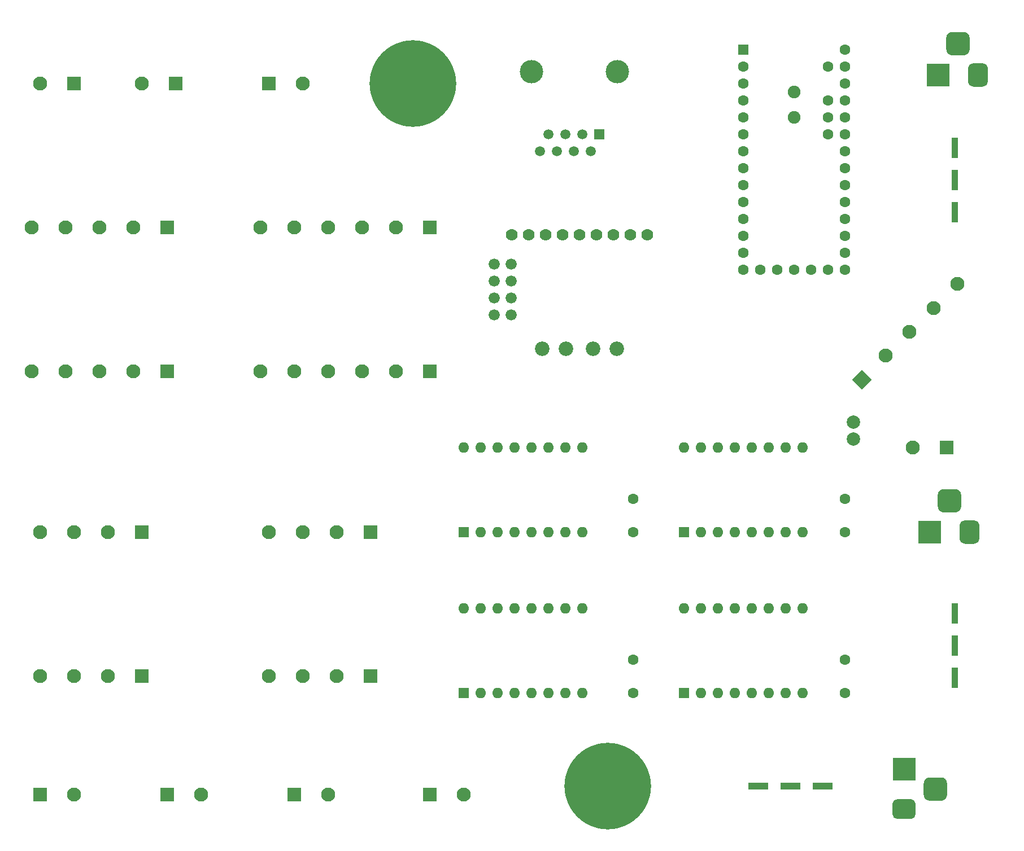
<source format=gts>
G04 #@! TF.GenerationSoftware,KiCad,Pcbnew,5.1.6*
G04 #@! TF.CreationDate,2020-07-14T15:11:32-04:00*
G04 #@! TF.ProjectId,controller,636f6e74-726f-46c6-9c65-722e6b696361,rev?*
G04 #@! TF.SameCoordinates,Original*
G04 #@! TF.FileFunction,Soldermask,Top*
G04 #@! TF.FilePolarity,Negative*
%FSLAX46Y46*%
G04 Gerber Fmt 4.6, Leading zero omitted, Abs format (unit mm)*
G04 Created by KiCad (PCBNEW 5.1.6) date 2020-07-14 15:11:32*
%MOMM*%
%LPD*%
G01*
G04 APERTURE LIST*
%ADD10C,2.000000*%
%ADD11C,0.100000*%
%ADD12C,13.000000*%
%ADD13C,1.676400*%
%ADD14C,2.184400*%
%ADD15C,1.778000*%
%ADD16C,1.900000*%
%ADD17R,1.600000X1.600000*%
%ADD18C,1.600000*%
%ADD19C,2.100000*%
%ADD20R,2.100000X2.100000*%
%ADD21O,1.600000X1.600000*%
%ADD22C,1.500000*%
%ADD23C,3.500000*%
%ADD24R,1.500000X1.500000*%
%ADD25R,3.500000X3.500000*%
G04 APERTURE END LIST*
D10*
G04 #@! TO.C,JP1*
X121920000Y-88900000D03*
X121920000Y-91440000D03*
G04 #@! TD*
D11*
G04 #@! TO.C,SW12*
G36*
X118845000Y-144010000D02*
G01*
X115845000Y-144010000D01*
X115845000Y-143010000D01*
X118845000Y-143010000D01*
X118845000Y-144010000D01*
G37*
G36*
X114020000Y-144010000D02*
G01*
X111020000Y-144010000D01*
X111020000Y-143010000D01*
X114020000Y-143010000D01*
X114020000Y-144010000D01*
G37*
G36*
X109195000Y-144010000D02*
G01*
X106195000Y-144010000D01*
X106195000Y-143010000D01*
X109195000Y-143010000D01*
X109195000Y-144010000D01*
G37*
G04 #@! TD*
G04 #@! TO.C,SW9*
G36*
X137660000Y-116105000D02*
G01*
X137660000Y-119105000D01*
X136660000Y-119105000D01*
X136660000Y-116105000D01*
X137660000Y-116105000D01*
G37*
G36*
X137660000Y-120930000D02*
G01*
X137660000Y-123930000D01*
X136660000Y-123930000D01*
X136660000Y-120930000D01*
X137660000Y-120930000D01*
G37*
G36*
X137660000Y-125755000D02*
G01*
X137660000Y-128755000D01*
X136660000Y-128755000D01*
X136660000Y-125755000D01*
X137660000Y-125755000D01*
G37*
G04 #@! TD*
G04 #@! TO.C,SW5*
G36*
X137660000Y-46255000D02*
G01*
X137660000Y-49255000D01*
X136660000Y-49255000D01*
X136660000Y-46255000D01*
X137660000Y-46255000D01*
G37*
G36*
X137660000Y-51080000D02*
G01*
X137660000Y-54080000D01*
X136660000Y-54080000D01*
X136660000Y-51080000D01*
X137660000Y-51080000D01*
G37*
G36*
X137660000Y-55905000D02*
G01*
X137660000Y-58905000D01*
X136660000Y-58905000D01*
X136660000Y-55905000D01*
X137660000Y-55905000D01*
G37*
G04 #@! TD*
D12*
G04 #@! TO.C,mount1*
X55880000Y-38100000D03*
G04 #@! TD*
G04 #@! TO.C,mount2*
X85090000Y-143510000D03*
G04 #@! TD*
D13*
G04 #@! TO.C,U2*
X68148200Y-72821800D03*
X70688200Y-72821800D03*
X68148200Y-70281800D03*
X70688200Y-70281800D03*
X68148200Y-67741800D03*
X70688200Y-67741800D03*
X68148200Y-65201800D03*
X70688200Y-65201800D03*
D14*
X75338200Y-77901800D03*
X78838200Y-77901800D03*
X82958200Y-77901800D03*
X86458210Y-77901800D03*
D15*
X70739000Y-60833000D03*
X73279000Y-60833000D03*
X75819000Y-60833000D03*
X78359000Y-60833000D03*
X80899000Y-60833000D03*
X83439000Y-60833000D03*
X85979000Y-60833000D03*
X88519000Y-60833000D03*
X91059000Y-60833000D03*
G04 #@! TD*
D16*
G04 #@! TO.C,U1*
X113030000Y-39370000D03*
X113030000Y-43180000D03*
D17*
X105410000Y-33020000D03*
D18*
X105410000Y-35560000D03*
X105410000Y-38100000D03*
X105410000Y-40640000D03*
X105410000Y-43180000D03*
X105410000Y-45720000D03*
X105410000Y-48260000D03*
X105410000Y-50800000D03*
X105410000Y-53340000D03*
X105410000Y-55880000D03*
X105410000Y-58420000D03*
X105410000Y-60960000D03*
X105410000Y-63500000D03*
X118110000Y-45720000D03*
X118110000Y-43180000D03*
X118110000Y-40640000D03*
X118110000Y-35560000D03*
X120650000Y-33020000D03*
X120650000Y-35560000D03*
X120650000Y-38100000D03*
X120650000Y-40640000D03*
X120650000Y-43180000D03*
X120650000Y-45720000D03*
X120650000Y-48260000D03*
X120650000Y-50800000D03*
X120650000Y-53340000D03*
X120650000Y-55880000D03*
X120650000Y-58420000D03*
X120650000Y-60960000D03*
X120650000Y-63500000D03*
X105410000Y-66040000D03*
X107950000Y-66040000D03*
X110490000Y-66040000D03*
X120650000Y-66040000D03*
X118110000Y-66040000D03*
X115570000Y-66040000D03*
X113030000Y-66040000D03*
G04 #@! TD*
D19*
G04 #@! TO.C,ToHandleR1*
X-1270000Y-81280000D03*
X3810000Y-81280000D03*
X8890000Y-81280000D03*
X13970000Y-81280000D03*
D20*
X19050000Y-81280000D03*
G04 #@! TD*
D19*
G04 #@! TO.C,ToHandleL1*
X-1270000Y-59690000D03*
X3810000Y-59690000D03*
X8890000Y-59690000D03*
X13970000Y-59690000D03*
D20*
X19050000Y-59690000D03*
G04 #@! TD*
D19*
G04 #@! TO.C,sync_trigger_out1*
X137558410Y-68181590D03*
X133966307Y-71773693D03*
X130374205Y-75365795D03*
X126782102Y-78957898D03*
D11*
G36*
X123190000Y-84034924D02*
G01*
X121705076Y-82550000D01*
X123190000Y-81065076D01*
X124674924Y-82550000D01*
X123190000Y-84034924D01*
G37*
G04 #@! TD*
D19*
G04 #@! TO.C,SpoutR-ToMotor1*
X34290000Y-105410000D03*
X39370000Y-105410000D03*
X44450000Y-105410000D03*
D20*
X49530000Y-105410000D03*
G04 #@! TD*
D19*
G04 #@! TO.C,SpoutL-ToMotor1*
X0Y-105410000D03*
X5080000Y-105410000D03*
X10160000Y-105410000D03*
D20*
X15240000Y-105410000D03*
G04 #@! TD*
D19*
G04 #@! TO.C,SoundVisionR1*
X33020000Y-81280000D03*
X38100000Y-81280000D03*
X43180000Y-81280000D03*
X48260000Y-81280000D03*
X53340000Y-81280000D03*
D20*
X58420000Y-81280000D03*
G04 #@! TD*
D19*
G04 #@! TO.C,SoundVisionL1*
X33020000Y-59690000D03*
X38100000Y-59690000D03*
X43180000Y-59690000D03*
X48260000Y-59690000D03*
X53340000Y-59690000D03*
D20*
X58420000Y-59690000D03*
G04 #@! TD*
D21*
G04 #@! TO.C,MC-SpoutR1*
X63500000Y-92710000D03*
X81280000Y-105410000D03*
X66040000Y-92710000D03*
X78740000Y-105410000D03*
X68580000Y-92710000D03*
X76200000Y-105410000D03*
X71120000Y-92710000D03*
X73660000Y-105410000D03*
X73660000Y-92710000D03*
X71120000Y-105410000D03*
X76200000Y-92710000D03*
X68580000Y-105410000D03*
X78740000Y-92710000D03*
X66040000Y-105410000D03*
X81280000Y-92710000D03*
D17*
X63500000Y-105410000D03*
G04 #@! TD*
D21*
G04 #@! TO.C,MC-SpoutL1*
X96520000Y-92710000D03*
X114300000Y-105410000D03*
X99060000Y-92710000D03*
X111760000Y-105410000D03*
X101600000Y-92710000D03*
X109220000Y-105410000D03*
X104140000Y-92710000D03*
X106680000Y-105410000D03*
X106680000Y-92710000D03*
X104140000Y-105410000D03*
X109220000Y-92710000D03*
X101600000Y-105410000D03*
X111760000Y-92710000D03*
X99060000Y-105410000D03*
X114300000Y-92710000D03*
D17*
X96520000Y-105410000D03*
G04 #@! TD*
D21*
G04 #@! TO.C,MC-LeverR1*
X63500000Y-116840000D03*
X81280000Y-129540000D03*
X66040000Y-116840000D03*
X78740000Y-129540000D03*
X68580000Y-116840000D03*
X76200000Y-129540000D03*
X71120000Y-116840000D03*
X73660000Y-129540000D03*
X73660000Y-116840000D03*
X71120000Y-129540000D03*
X76200000Y-116840000D03*
X68580000Y-129540000D03*
X78740000Y-116840000D03*
X66040000Y-129540000D03*
X81280000Y-116840000D03*
D17*
X63500000Y-129540000D03*
G04 #@! TD*
D21*
G04 #@! TO.C,MC-LeverL1*
X96520000Y-116840000D03*
X114300000Y-129540000D03*
X99060000Y-116840000D03*
X111760000Y-129540000D03*
X101600000Y-116840000D03*
X109220000Y-129540000D03*
X104140000Y-116840000D03*
X106680000Y-129540000D03*
X106680000Y-116840000D03*
X104140000Y-129540000D03*
X109220000Y-116840000D03*
X101600000Y-129540000D03*
X111760000Y-116840000D03*
X99060000Y-129540000D03*
X114300000Y-116840000D03*
D17*
X96520000Y-129540000D03*
G04 #@! TD*
D19*
G04 #@! TO.C,J9V1*
X130810000Y-92710000D03*
D20*
X135890000Y-92710000D03*
G04 #@! TD*
D19*
G04 #@! TO.C,J5V2*
X15240000Y-38100000D03*
D20*
X20320000Y-38100000D03*
G04 #@! TD*
D19*
G04 #@! TO.C,J5V1*
X0Y-38100000D03*
D20*
X5080000Y-38100000D03*
G04 #@! TD*
D19*
G04 #@! TO.C,J12V4*
X5080000Y-144780000D03*
D20*
X0Y-144780000D03*
G04 #@! TD*
D19*
G04 #@! TO.C,J12V3*
X63500000Y-144780000D03*
D20*
X58420000Y-144780000D03*
G04 #@! TD*
D19*
G04 #@! TO.C,J12V2*
X43180000Y-144780000D03*
D20*
X38100000Y-144780000D03*
G04 #@! TD*
D19*
G04 #@! TO.C,J12V1*
X24130000Y-144780000D03*
D20*
X19050000Y-144780000D03*
G04 #@! TD*
D22*
G04 #@! TO.C,J2*
X77470000Y-48260000D03*
X74930000Y-48260000D03*
D23*
X86550000Y-36320000D03*
D22*
X82550000Y-48260000D03*
D24*
X83820000Y-45720000D03*
D22*
X76200000Y-45720000D03*
X80010000Y-48260000D03*
X78740000Y-45720000D03*
X81280000Y-45720000D03*
D23*
X73660000Y-36320000D03*
G04 #@! TD*
D19*
G04 #@! TO.C,HandleR-ToMotor1*
X34290000Y-127000000D03*
X39370000Y-127000000D03*
X44450000Y-127000000D03*
D20*
X49530000Y-127000000D03*
G04 #@! TD*
D19*
G04 #@! TO.C,HandleL-ToMotor1*
X0Y-127000000D03*
X5080000Y-127000000D03*
X10160000Y-127000000D03*
D20*
X15240000Y-127000000D03*
G04 #@! TD*
D19*
G04 #@! TO.C,distractor1*
X39370000Y-38100000D03*
D20*
X34290000Y-38100000D03*
G04 #@! TD*
D18*
G04 #@! TO.C,C4*
X120650000Y-100410000D03*
X120650000Y-105410000D03*
G04 #@! TD*
G04 #@! TO.C,C3*
X120650000Y-124540000D03*
X120650000Y-129540000D03*
G04 #@! TD*
G04 #@! TO.C,C2*
X88900000Y-100410000D03*
X88900000Y-105410000D03*
G04 #@! TD*
G04 #@! TO.C,C1*
X88900000Y-124540000D03*
X88900000Y-129540000D03*
G04 #@! TD*
G04 #@! TO.C,9V1*
G36*
G01*
X138100000Y-99835000D02*
X138100000Y-101585000D01*
G75*
G02*
X137225000Y-102460000I-875000J0D01*
G01*
X135475000Y-102460000D01*
G75*
G02*
X134600000Y-101585000I0J875000D01*
G01*
X134600000Y-99835000D01*
G75*
G02*
X135475000Y-98960000I875000J0D01*
G01*
X137225000Y-98960000D01*
G75*
G02*
X138100000Y-99835000I0J-875000D01*
G01*
G37*
G36*
G01*
X140850000Y-104410000D02*
X140850000Y-106410000D01*
G75*
G02*
X140100000Y-107160000I-750000J0D01*
G01*
X138600000Y-107160000D01*
G75*
G02*
X137850000Y-106410000I0J750000D01*
G01*
X137850000Y-104410000D01*
G75*
G02*
X138600000Y-103660000I750000J0D01*
G01*
X140100000Y-103660000D01*
G75*
G02*
X140850000Y-104410000I0J-750000D01*
G01*
G37*
D25*
X133350000Y-105410000D03*
G04 #@! TD*
G04 #@! TO.C,5V1*
G36*
G01*
X139370000Y-31255000D02*
X139370000Y-33005000D01*
G75*
G02*
X138495000Y-33880000I-875000J0D01*
G01*
X136745000Y-33880000D01*
G75*
G02*
X135870000Y-33005000I0J875000D01*
G01*
X135870000Y-31255000D01*
G75*
G02*
X136745000Y-30380000I875000J0D01*
G01*
X138495000Y-30380000D01*
G75*
G02*
X139370000Y-31255000I0J-875000D01*
G01*
G37*
G36*
G01*
X142120000Y-35830000D02*
X142120000Y-37830000D01*
G75*
G02*
X141370000Y-38580000I-750000J0D01*
G01*
X139870000Y-38580000D01*
G75*
G02*
X139120000Y-37830000I0J750000D01*
G01*
X139120000Y-35830000D01*
G75*
G02*
X139870000Y-35080000I750000J0D01*
G01*
X141370000Y-35080000D01*
G75*
G02*
X142120000Y-35830000I0J-750000D01*
G01*
G37*
X134620000Y-36830000D03*
G04 #@! TD*
G04 #@! TO.C,12V1*
G36*
G01*
X135115000Y-145720000D02*
X133365000Y-145720000D01*
G75*
G02*
X132490000Y-144845000I0J875000D01*
G01*
X132490000Y-143095000D01*
G75*
G02*
X133365000Y-142220000I875000J0D01*
G01*
X135115000Y-142220000D01*
G75*
G02*
X135990000Y-143095000I0J-875000D01*
G01*
X135990000Y-144845000D01*
G75*
G02*
X135115000Y-145720000I-875000J0D01*
G01*
G37*
G36*
G01*
X130540000Y-148470000D02*
X128540000Y-148470000D01*
G75*
G02*
X127790000Y-147720000I0J750000D01*
G01*
X127790000Y-146220000D01*
G75*
G02*
X128540000Y-145470000I750000J0D01*
G01*
X130540000Y-145470000D01*
G75*
G02*
X131290000Y-146220000I0J-750000D01*
G01*
X131290000Y-147720000D01*
G75*
G02*
X130540000Y-148470000I-750000J0D01*
G01*
G37*
X129540000Y-140970000D03*
G04 #@! TD*
M02*

</source>
